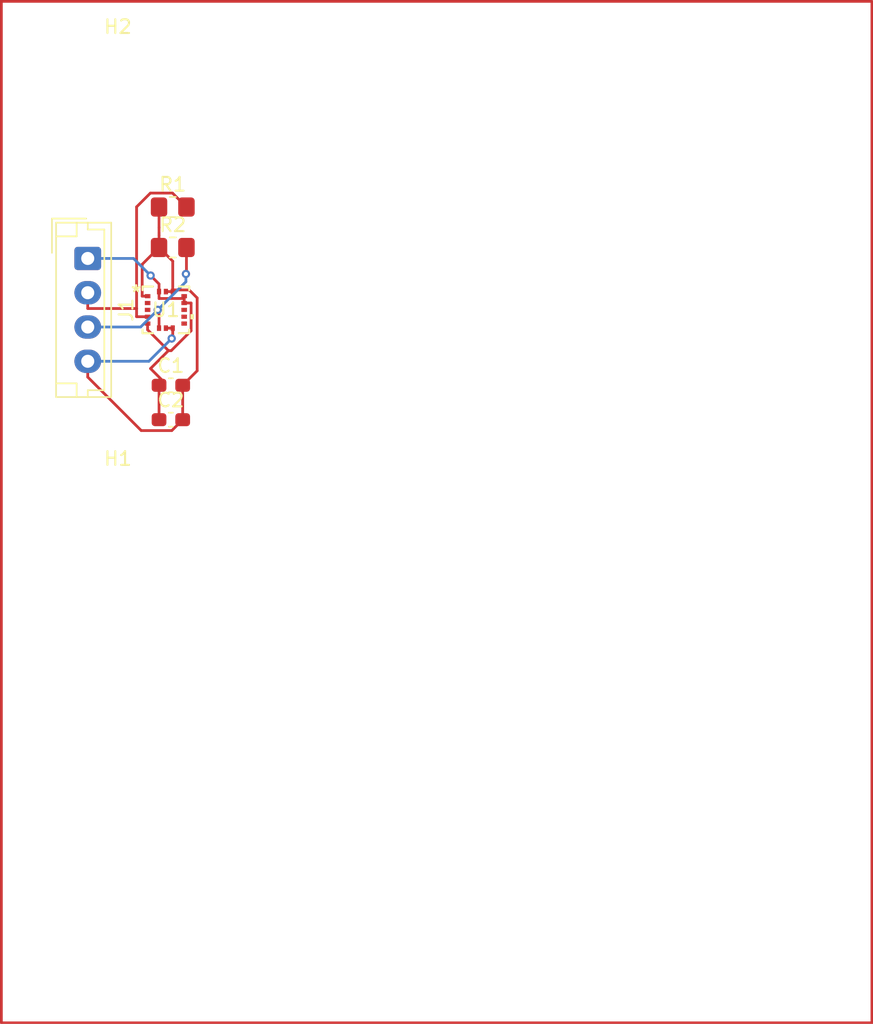
<source format=kicad_pcb>
(kicad_pcb (version 20241229) (generator "pcbnew") (generator_version "9.0")
  (layers (0 "F.Cu" signal) (2 "B.Cu" signal) (13 "F.Paste" user) (15 "B.Paste" user) (5 "F.SilkS" user "F.Silkscreen") (7 "B.SilkS" user "B.Silkscreen") (1 "F.Mask" user) (3 "B.Mask" user) (25 "Edge.Cuts" user))
  (net 0 "")
  (net 1 "GND")
  (net 2 "+3.3V")
  (net 3 "Net-(J1-Pin_3)")
  (net 4 "Net-(J1-Pin_2)")
  (footprint "Resistor_SMD:R_0805_2012Metric_Pad1.20x1.40mm_HandSolder" (layer "F.Cu") (at 112.5 67.45)
    (property "Reference" "R2" (at 0 -1.65 0) (layer "F.SilkS"))
    (property "Value" "2.2K")
    (fp_line (start -0.227064 -0.735) (end 0.227064 -0.735) (stroke (width 0.12)) (layer "F.SilkS"))
    (fp_line (start -0.227064 0.735) (end 0.227064 0.735) (stroke (width 0.12)) (layer "F.SilkS"))
    (pad "1" smd roundrect (at -1 0) (size 1.2 1.4) (layers "F.Cu" "F.Mask" "F.Paste") (roundrect_rratio 0.208333) (net 2 "+3.3V"))
    (pad "2" smd roundrect (at 1 0) (size 1.2 1.4) (layers "F.Cu" "F.Mask" "F.Paste") (roundrect_rratio 0.208333) (net 3 "Net-(J1-Pin_3)"))
  )
  (footprint "Connector_JST:JST_EH_B4B-EH-A_1x04_P2.50mm_Vertical" (layer "F.Cu") (at 106.3 68.25 -90)
    (property "Reference" "J1" (at 3.75 -2.8 90) (layer "F.SilkS"))
    (property "Value" "Conn_01x04")
    (fp_line (start -2.91 2.61) (end -0.41 2.61) (stroke (width 0.12)) (layer "F.SilkS"))
    (fp_line (start -2.61 2.31) (end 10.11 2.31) (stroke (width 0.12)) (layer "F.SilkS"))
    (fp_line (start 10.11 2.31) (end 10.11 -1.71) (stroke (width 0.12)) (layer "F.SilkS"))
    (fp_line (start -2.61 0.81) (end -1.61 0.81) (stroke (width 0.12)) (layer "F.SilkS"))
    (fp_line (start -1.61 0.81) (end -1.61 2.31) (stroke (width 0.12)) (layer "F.SilkS"))
    (fp_line (start 9.11 0.81) (end 9.11 2.31) (stroke (width 0.12)) (layer "F.SilkS"))
    (fp_line (start 10.11 0.81) (end 9.11 0.81) (stroke (width 0.12)) (layer "F.SilkS"))
    (fp_line (start -2.91 0.11) (end -2.91 2.61) (stroke (width 0.12)) (layer "F.SilkS"))
    (fp_line (start -2.61 0) (end -2.11 0) (stroke (width 0.12)) (layer "F.SilkS"))
    (fp_line (start -2.11 0) (end -2.11 -1.21) (stroke (width 0.12)) (layer "F.SilkS"))
    (fp_line (start 9.61 0) (end 10.11 0) (stroke (width 0.12)) (layer "F.SilkS"))
    (fp_line (start -2.11 -1.21) (end 9.61 -1.21) (stroke (width 0.12)) (layer "F.SilkS"))
    (fp_line (start 9.61 -1.21) (end 9.61 0) (stroke (width 0.12)) (layer "F.SilkS"))
    (fp_line (start -2.61 -1.71) (end -2.61 2.31) (stroke (width 0.12)) (layer "F.SilkS"))
    (fp_line (start 10.11 -1.71) (end -2.61 -1.71) (stroke (width 0.12)) (layer "F.SilkS"))
    (pad "1" thru_hole roundrect (at 0 0 270) (size 1.7 1.95) (drill 0.95) (layers "*.Cu" "*.Mask") (roundrect_rratio 0.147059) (net 1 "GND"))
    (pad "2" thru_hole oval (at 2.5 0 270) (size 1.7 1.95) (drill 0.95) (layers "*.Cu" "*.Mask") (net 4 "Net-(J1-Pin_2)"))
    (pad "3" thru_hole oval (at 5 0 270) (size 1.7 1.95) (drill 0.95) (layers "*.Cu" "*.Mask") (net 3 "Net-(J1-Pin_3)"))
    (pad "4" thru_hole oval (at 7.5 0 270) (size 1.7 1.95) (drill 0.95) (layers "*.Cu" "*.Mask") (net 2 "+3.3V"))
  )
  (footprint "Capacitor_SMD:C_0603_1608Metric_Pad1.08x0.95mm_HandSolder" (layer "F.Cu") (at 112.3625 77.5)
    (property "Reference" "C1" (at 0 -1.43 0) (layer "F.SilkS"))
    (property "Value" "100nF")
    (fp_line (start -0.146267 -0.51) (end 0.146267 -0.51) (stroke (width 0.12)) (layer "F.SilkS"))
    (fp_line (start -0.146267 0.51) (end 0.146267 0.51) (stroke (width 0.12)) (layer "F.SilkS"))
    (pad "1" smd roundrect (at -0.8625 0) (size 1.075 0.95) (layers "F.Cu" "F.Mask" "F.Paste") (net 1 "GND"))
    (pad "2" smd roundrect (at 0.8625 0) (size 1.075 0.95) (layers "F.Cu" "F.Mask" "F.Paste") (net 2 "+3.3V"))
  )
  (footprint "MountingHole:MountingHole_3.2mm_M3" (layer "F.Cu") (at 108.5 87)
    (property "Reference" "H1" (at 0 -4.15 0) (layer "F.SilkS"))
    (property "Value" "MountingHole")
    (pad "" np_thru_hole circle (at 0 0) (size 3.2 3.2) (drill 3.2) (layers "*.Cu" "*.Mask"))
  )
  (footprint "Capacitor_SMD:C_0603_1608Metric_Pad1.08x0.95mm_HandSolder" (layer "F.Cu") (at 112.3625 80.01)
    (property "Reference" "C2" (at 0 -1.43 0) (layer "F.SilkS"))
    (property "Value" "10mF")
    (fp_line (start -0.146267 -0.51) (end 0.146267 -0.51) (stroke (width 0.12)) (layer "F.SilkS"))
    (fp_line (start -0.146267 0.51) (end 0.146267 0.51) (stroke (width 0.12)) (layer "F.SilkS"))
    (pad "1" smd roundrect (at -0.8625 0) (size 1.075 0.95) (layers "F.Cu" "F.Mask" "F.Paste") (net 1 "GND"))
    (pad "2" smd roundrect (at 0.8625 0) (size 1.075 0.95) (layers "F.Cu" "F.Mask" "F.Paste") (net 2 "+3.3V"))
  )
  (footprint "H3LIS331DL:TFLGA16_3X3X1_STM" (layer "F.Cu") (at 112 72)
    (property "Reference" "U1" (at 0 0 0) (layer "F.SilkS"))
    (property "Value" "H3LIS331DL")
    (fp_line (start -1.7018 -1.7018) (end -1.7018 -1.441291) (stroke (width 0.1524)) (layer "F.SilkS"))
    (fp_line (start -1.7018 1.441291) (end -1.7018 1.7018) (stroke (width 0.1524)) (layer "F.SilkS"))
    (fp_line (start -1.7018 1.7018) (end -0.94129 1.7018) (stroke (width 0.1524)) (layer "F.SilkS"))
    (fp_line (start -0.94129 -1.7018) (end -1.7018 -1.7018) (stroke (width 0.1524)) (layer "F.SilkS"))
    (fp_line (start 0.94129 1.7018) (end 1.7018 1.7018) (stroke (width 0.1524)) (layer "F.SilkS"))
    (fp_line (start 1.7018 -1.7018) (end 0.94129 -1.7018) (stroke (width 0.1524)) (layer "F.SilkS"))
    (fp_line (start 1.7018 -1.441291) (end 1.7018 -1.7018) (stroke (width 0.1524)) (layer "F.SilkS"))
    (fp_line (start 1.7018 1.7018) (end 1.7018 1.441291) (stroke (width 0.1524)) (layer "F.SilkS"))
    (fp_poly (pts (xy 2.0447 0.309499) (xy 2.0447 0.690499) (xy 1.7907 0.690499) (xy 1.7907 0.309499)) (fill yes) (layer "F.SilkS"))
    (fp_text user "*" (at -2.1717 -1.25 0) (layer "F.SilkS"))
    (fp_text user "*" (at -2.1717 -1.25 0) (layer "F.SilkS"))
    (pad "1" smd rect (at -1.3335 -1.000001 90) (size 0.3048 0.4064) (layers "F.Cu" "F.Mask" "F.Paste") (net 2 "+3.3V"))
    (pad "2" smd rect (at -1.3335 -0.499999 90) (size 0.3048 0.4064) (layers "F.Cu" "F.Mask" "F.Paste"))
    (pad "3" smd rect (at -1.3335 0 90) (size 0.3048 0.4064) (layers "F.Cu" "F.Mask" "F.Paste"))
    (pad "4" smd rect (at -1.3335 0.499999 90) (size 0.3048 0.4064) (layers "F.Cu" "F.Mask" "F.Paste") (net 4 "Net-(J1-Pin_2)"))
    (pad "5" smd rect (at -1.3335 1.000001 90) (size 0.3048 0.4064) (layers "F.Cu" "F.Mask" "F.Paste") (net 1 "GND"))
    (pad "6" smd rect (at -0.499999 1.3335) (size 0.3048 0.4064) (layers "F.Cu" "F.Mask" "F.Paste") (net 3 "Net-(J1-Pin_3)"))
    (pad "7" smd rect (at 0 1.3335) (size 0.3048 0.4064) (layers "F.Cu" "F.Mask" "F.Paste") (net 2 "+3.3V"))
    (pad "8" smd rect (at 0.499999 1.3335) (size 0.3048 0.4064) (layers "F.Cu" "F.Mask" "F.Paste") (net 2 "+3.3V"))
    (pad "9" smd rect (at 1.3335 1.000001 90) (size 0.3048 0.4064) (layers "F.Cu" "F.Mask" "F.Paste"))
    (pad "10" smd rect (at 1.3335 0.499999 90) (size 0.3048 0.4064) (layers "F.Cu" "F.Mask" "F.Paste"))
    (pad "11" smd rect (at 1.3335 0 90) (size 0.3048 0.4064) (layers "F.Cu" "F.Mask" "F.Paste"))
    (pad "12" smd rect (at 1.3335 -0.499999 90) (size 0.3048 0.4064) (layers "F.Cu" "F.Mask" "F.Paste") (net 1 "GND"))
    (pad "13" smd rect (at 1.3335 -1.000001 90) (size 0.3048 0.4064) (layers "F.Cu" "F.Mask" "F.Paste") (net 1 "GND"))
    (pad "14" smd rect (at 0.499999 -1.3335) (size 0.3048 0.4064) (layers "F.Cu" "F.Mask" "F.Paste") (net 2 "+3.3V"))
    (pad "15" smd rect (at 0 -1.3335) (size 0.3048 0.4064) (layers "F.Cu" "F.Mask" "F.Paste") (net 2 "+3.3V"))
    (pad "16" smd rect (at -0.499999 -1.3335) (size 0.3048 0.4064) (layers "F.Cu" "F.Mask" "F.Paste") (net 1 "GND"))
  )
  (footprint "Resistor_SMD:R_0805_2012Metric_Pad1.20x1.40mm_HandSolder" (layer "F.Cu") (at 112.5 64.5)
    (property "Reference" "R1" (at 0 -1.65 0) (layer "F.SilkS"))
    (property "Value" "2.2K")
    (fp_line (start -0.227064 -0.735) (end 0.227064 -0.735) (stroke (width 0.12)) (layer "F.SilkS"))
    (fp_line (start -0.227064 0.735) (end 0.227064 0.735) (stroke (width 0.12)) (layer "F.SilkS"))
    (pad "1" smd roundrect (at -1 0) (size 1.2 1.4) (layers "F.Cu" "F.Mask" "F.Paste") (roundrect_rratio 0.208333) (net 2 "+3.3V"))
    (pad "2" smd roundrect (at 1 0) (size 1.2 1.4) (layers "F.Cu" "F.Mask" "F.Paste") (roundrect_rratio 0.208333) (net 4 "Net-(J1-Pin_2)"))
  )
  (footprint "MountingHole:MountingHole_3.2mm_M3" (layer "F.Cu") (at 108.5 55.5)
    (property "Reference" "H2" (at 0 -4.15 0) (layer "F.SilkS"))
    (property "Value" "MountingHole")
    (pad "" np_thru_hole circle (at 0 0) (size 3.2 3.2) (drill 3.2) (layers "*.Cu" "*.Mask"))
  )
  (gr_rect (start 100 49.5) (end 163.5 124) (stroke (width 0.2)) (fill no) (layer "F.Cu"))
  (segment (start 113.3335 71.375) (end 113.3335 71.25) (width 0.2) (layer "F.Cu") (net 1))
  (segment (start 113.3335 71.5) (end 113.8384 71.5) (width 0.2) (layer "F.Cu") (net 1))
  (segment (start 110.6665 73) (end 110.6665 73.4541) (width 0.2) (layer "F.Cu") (net 1))
  (segment (start 111.5 70.6665) (end 111.5 71.1714) (width 0.2) (layer "F.Cu") (net 1))
  (segment (start 113.3335 71.1714) (end 111.5 71.1714) (width 0.2) (layer "F.Cu") (net 1))
  (segment (start 112.1861 74.9737) (end 110.8788 76.281) (width 0.2) (layer "F.Cu") (net 1))
  (segment (start 111.7989 77.2011) (end 111.5 77.5) (width 0.2) (layer "F.Cu") (net 1))
  (segment (start 112.3894 74.9737) (end 113.8384 73.5247) (width 0.2) (layer "F.Cu") (net 1))
  (segment (start 113.8384 73.5247) (end 113.8384 71.5) (width 0.2) (layer "F.Cu") (net 1))
  (segment (start 112.1861 74.9737) (end 112.3894 74.9737) (width 0.2) (layer "F.Cu") (net 1))
  (segment (start 111.5 80.01) (end 111.5 77.5) (width 0.2) (layer "F.Cu") (net 1))
  (segment (start 111.7989 77.2011) (end 110.8788 76.281) (width 0.2) (layer "F.Cu") (net 1))
  (segment (start 113.3335 71.1714) (end 113.3335 71) (width 0.2) (layer "F.Cu") (net 1))
  (segment (start 112.1861 74.9737) (end 110.6665 73.4541) (width 0.2) (layer "F.Cu") (net 1))
  (segment (start 111.5 70.1115) (end 111.5 70.6665) (width 0.2) (layer "F.Cu") (net 1))
  (segment (start 113.3335 71.25) (end 113.3335 71.1714) (width 0.2) (layer "F.Cu") (net 1))
  (segment (start 110.8851 69.4966) (end 111.5 70.1115) (width 0.2) (layer "F.Cu") (net 1))
  (segment (start 113.3335 71.5) (end 113.3335 71.375) (width 0.2) (layer "F.Cu") (net 1))
  (via (at 110.8851 69.4966) (size 0.6) (drill 0.3) (layers "F.Cu" "B.Cu") (net 1))
  (segment (start 109.6385 68.25) (end 110.8851 69.4966) (width 0.2) (layer "B.Cu") (net 1))
  (segment (start 106.3 68.25) (end 109.6385 68.25) (width 0.2) (layer "B.Cu") (net 1))
  (segment (start 111.5 65.975) (end 111.5 64.5) (width 0.2) (layer "F.Cu") (net 2))
  (segment (start 110.2024 80.8041) (end 112.4309 80.8041) (width 0.2) (layer "F.Cu") (net 2))
  (segment (start 106.3 75.75) (end 106.3 76.9017) (width 0.2) (layer "F.Cu") (net 2))
  (segment (start 111.5 66.5765) (end 111.5 66.5352) (width 0.2) (layer "F.Cu") (net 2))
  (segment (start 112.5 70.5458) (end 112.5 70.6665) (width 0.2) (layer "F.Cu") (net 2))
  (segment (start 111.5 66.5352) (end 111.5 66.4055) (width 0.2) (layer "F.Cu") (net 2))
  (segment (start 112.1389 73.3335) (end 112.0976 73.3335) (width 0.2) (layer "F.Cu") (net 2))
  (segment (start 112.5 73.3335) (end 112.2778 73.3335) (width 0.2) (layer "F.Cu") (net 2))
  (segment (start 112.5 70.6665) (end 112.0459 70.6665) (width 0.2) (layer "F.Cu") (net 2))
  (segment (start 112.0459 73.3335) (end 112 73.3335) (width 0.2) (layer "F.Cu") (net 2))
  (segment (start 112.4309 80.8041) (end 113.225 80.01) (width 0.2) (layer "F.Cu") (net 2))
  (segment (start 111.5 67.0811) (end 111.5 66.5765) (width 0.2) (layer "F.Cu") (net 2))
  (segment (start 113.225 80.01) (end 113.225 77.5) (width 0.2) (layer "F.Cu") (net 2))
  (segment (start 112.2778 73.3335) (end 112.1389 73.3335) (width 0.2) (layer "F.Cu") (net 2))
  (segment (start 113.225 77.5) (end 114.2807 76.4443) (width 0.2) (layer "F.Cu") (net 2))
  (segment (start 110.2702 68.6798) (end 111.5 67.45) (width 0.2) (layer "F.Cu") (net 2))
  (segment (start 111.5 66.4055) (end 111.5 66.0163) (width 0.2) (layer "F.Cu") (net 2))
  (segment (start 113.6983 70.5458) (end 112.5 70.5458) (width 0.2) (layer "F.Cu") (net 2))
  (segment (start 111.5 67.45) (end 112.5 68.45) (width 0.2) (layer "F.Cu") (net 2))
  (segment (start 112.4235 74.0887) (end 112.5 74.0122) (width 0.2) (layer "F.Cu") (net 2))
  (segment (start 112.0976 73.3335) (end 112.0459 73.3335) (width 0.2) (layer "F.Cu") (net 2))
  (segment (start 106.3 76.9017) (end 110.2024 80.8041) (width 0.2) (layer "F.Cu") (net 2))
  (segment (start 112.4618 74.0504) (end 112.4235 74.0887) (width 0.2) (layer "F.Cu") (net 2))
  (segment (start 114.2807 76.4443) (end 114.2807 71.1282) (width 0.2) (layer "F.Cu") (net 2))
  (segment (start 112.5 74.0122) (end 112.5 73.3335) (width 0.2) (layer "F.Cu") (net 2))
  (segment (start 112.4235 74.0887) (end 112.4618 74.0504) (width 0.2) (layer "F.Cu") (net 2))
  (segment (start 111.5 67.45) (end 111.5 67.0811) (width 0.2) (layer "F.Cu") (net 2))
  (segment (start 110.6665 71) (end 110.2702 71) (width 0.2) (layer "F.Cu") (net 2))
  (segment (start 112.0459 70.6665) (end 112 70.6665) (width 0.2) (layer "F.Cu") (net 2))
  (segment (start 111.5 66.0163) (end 111.5 65.975) (width 0.2) (layer "F.Cu") (net 2))
  (segment (start 114.2807 71.1282) (end 113.6983 70.5458) (width 0.2) (layer "F.Cu") (net 2))
  (segment (start 112.5 68.45) (end 112.5 70.5458) (width 0.2) (layer "F.Cu") (net 2))
  (segment (start 110.2702 71) (end 110.2702 68.6798) (width 0.2) (layer "F.Cu") (net 2))
  (via (at 112.4235 74.0887) (size 0.6) (drill 0.3) (layers "F.Cu" "B.Cu") (net 2))
  (segment (start 110.7622 75.75) (end 112.4235 74.0887) (width 0.2) (layer "B.Cu") (net 2))
  (segment (start 112.4618 74.0504) (end 112.4235 74.0887) (width 0.2) (layer "B.Cu") (net 2))
  (segment (start 106.3 75.75) (end 110.7622 75.75) (width 0.2) (layer "B.Cu") (net 2))
  (segment (start 112.4235 74.0887) (end 112.4618 74.0504) (width 0.2) (layer "B.Cu") (net 2))
  (segment (start 113.5 69.3432) (end 113.5 67.45) (width 0.2) (layer "F.Cu") (net 3))
  (segment (start 111.5 72.0908) (end 111.5 73.3335) (width 0.2) (layer "F.Cu") (net 3))
  (segment (start 113.4615 69.3817) (end 113.5 69.3432) (width 0.2) (layer "F.Cu") (net 3))
  (segment (start 113.5 69.3432) (end 113.4615 69.3817) (width 0.2) (layer "F.Cu") (net 3))
  (segment (start 111.4092 72) (end 111.5 72.0908) (width 0.2) (layer "F.Cu") (net 3))
  (segment (start 113.4615 69.3817) (end 113.5 69.3432) (width 0.2) (layer "F.Cu") (net 3))
  (via (at 113.4615 69.3817) (size 0.6) (drill 0.3) (layers "F.Cu" "B.Cu") (net 3))
  (via (at 111.4092 72) (size 0.6) (drill 0.3) (layers "F.Cu" "B.Cu") (net 3))
  (segment (start 113.5 69.3432) (end 113.4615 69.3817) (width 0.2) (layer "B.Cu") (net 3))
  (segment (start 106.3 73.25) (end 110.1592 73.25) (width 0.2) (layer "B.Cu") (net 3))
  (segment (start 113.4615 69.9477) (end 113.4615 69.3817) (width 0.2) (layer "B.Cu") (net 3))
  (segment (start 111.4092 72) (end 113.4615 69.9477) (width 0.2) (layer "B.Cu") (net 3))
  (segment (start 113.4615 69.3817) (end 113.5 69.3432) (width 0.2) (layer "B.Cu") (net 3))
  (segment (start 110.1592 73.25) (end 111.4092 72) (width 0.2) (layer "B.Cu") (net 3))
  (segment (start 109.8633 72.5) (end 110.6665 72.5) (width 0.2) (layer "F.Cu") (net 4))
  (segment (start 109.8633 64.4893) (end 110.871 63.4816) (width 0.2) (layer "F.Cu") (net 4))
  (segment (start 109.8633 71.9017) (end 109.8633 64.4893) (width 0.2) (layer "F.Cu") (net 4))
  (segment (start 106.3 70.75) (end 106.3 71.9017) (width 0.2) (layer "F.Cu") (net 4))
  (segment (start 110.871 63.4816) (end 112.4816 63.4816) (width 0.2) (layer "F.Cu") (net 4))
  (segment (start 112.4816 63.4816) (end 113.5 64.5) (width 0.2) (layer "F.Cu") (net 4))
  (segment (start 106.3 71.9017) (end 109.8633 71.9017) (width 0.2) (layer "F.Cu") (net 4))
  (segment (start 109.8633 72.4587) (end 109.8633 71.9017) (width 0.2) (layer "F.Cu") (net 4))
  (segment (start 109.8633 72.5) (end 109.8633 72.4587) (width 0.2) (layer "F.Cu") (net 4))
)
</source>
